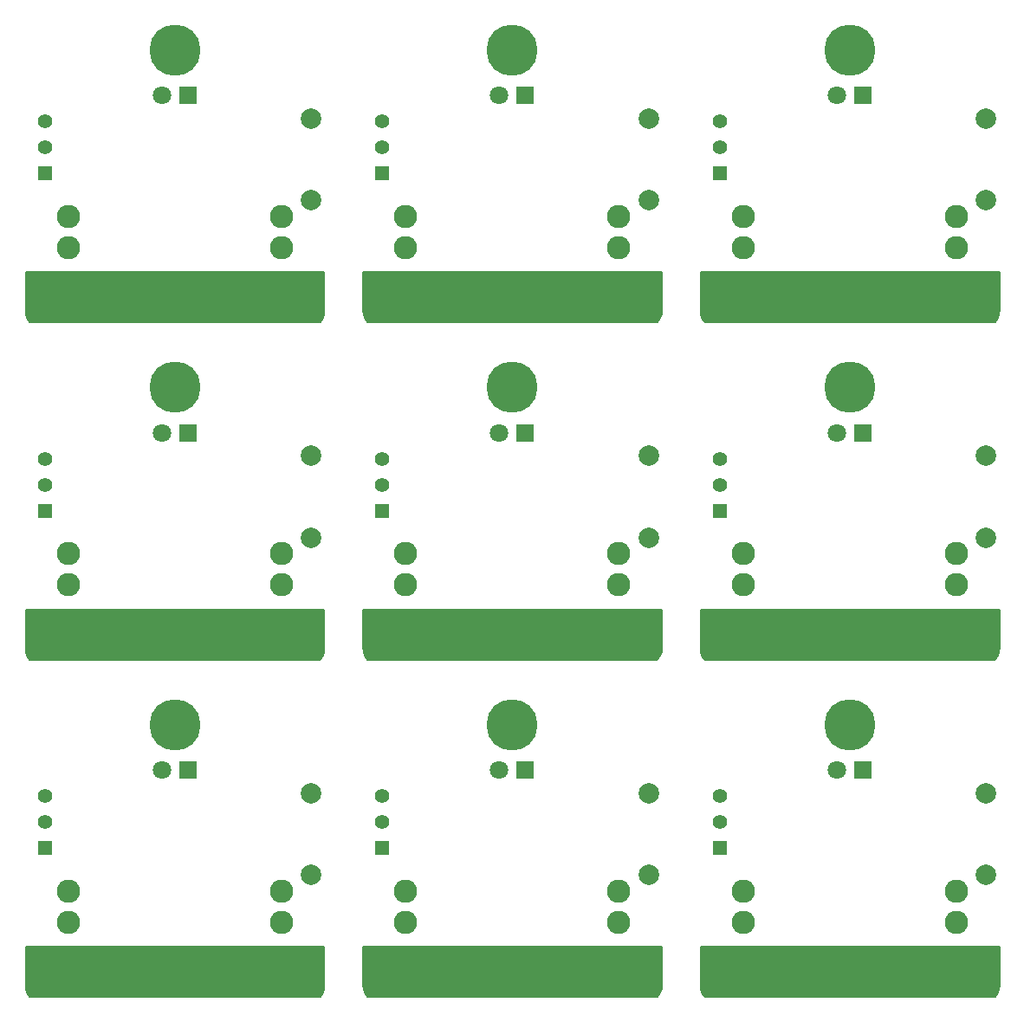
<source format=gtl>
%MOIN*%
%OFA0B0*%
%FSLAX46Y46*%
%IPPOS*%
%LPD*%
%ADD10C,0.070866141732283464*%
%ADD11R,0.070866141732283464X0.070866141732283464*%
%ADD12C,0.0787*%
%ADD13C,0.19685039370078741*%
%ADD14C,0.090000000000000011*%
%ADD15R,0.055000000000000007X0.055000000000000007*%
%ADD16C,0.055000000000000007*%
%ADD17C,0.01*%
%ADD18C,0.0039370078740157488*%
%ADD29C,0.070866141732283464*%
%ADD30R,0.070866141732283464X0.070866141732283464*%
%ADD31C,0.0787*%
%ADD32C,0.19685039370078741*%
%ADD33C,0.090000000000000011*%
%ADD34R,0.055000000000000007X0.055000000000000007*%
%ADD35C,0.055000000000000007*%
%ADD36C,0.01*%
%ADD37C,0.0039370078740157488*%
%ADD38C,0.070866141732283464*%
%ADD39R,0.070866141732283464X0.070866141732283464*%
%ADD40C,0.0787*%
%ADD41C,0.19685039370078741*%
%ADD42C,0.090000000000000011*%
%ADD43R,0.055000000000000007X0.055000000000000007*%
%ADD44C,0.055000000000000007*%
%ADD45C,0.01*%
%ADD46C,0.0039370078740157488*%
%ADD47C,0.070866141732283464*%
%ADD48R,0.070866141732283464X0.070866141732283464*%
%ADD49C,0.0787*%
%ADD50C,0.19685039370078741*%
%ADD51C,0.090000000000000011*%
%ADD52R,0.055000000000000007X0.055000000000000007*%
%ADD53C,0.055000000000000007*%
%ADD54C,0.01*%
%ADD55C,0.0039370078740157488*%
%ADD56C,0.070866141732283464*%
%ADD57R,0.070866141732283464X0.070866141732283464*%
%ADD58C,0.0787*%
%ADD59C,0.19685039370078741*%
%ADD60C,0.090000000000000011*%
%ADD61R,0.055000000000000007X0.055000000000000007*%
%ADD62C,0.055000000000000007*%
%ADD63C,0.01*%
%ADD64C,0.0039370078740157488*%
%ADD65C,0.070866141732283464*%
%ADD66R,0.070866141732283464X0.070866141732283464*%
%ADD67C,0.0787*%
%ADD68C,0.19685039370078741*%
%ADD69C,0.090000000000000011*%
%ADD70R,0.055000000000000007X0.055000000000000007*%
%ADD71C,0.055000000000000007*%
%ADD72C,0.01*%
%ADD73C,0.0039370078740157488*%
%ADD74C,0.070866141732283464*%
%ADD75R,0.070866141732283464X0.070866141732283464*%
%ADD76C,0.0787*%
%ADD77C,0.19685039370078741*%
%ADD78C,0.090000000000000011*%
%ADD79R,0.055000000000000007X0.055000000000000007*%
%ADD80C,0.055000000000000007*%
%ADD81C,0.01*%
%ADD82C,0.0039370078740157488*%
%ADD83C,0.070866141732283464*%
%ADD84R,0.070866141732283464X0.070866141732283464*%
%ADD85C,0.0787*%
%ADD86C,0.19685039370078741*%
%ADD87C,0.090000000000000011*%
%ADD88R,0.055000000000000007X0.055000000000000007*%
%ADD89C,0.055000000000000007*%
%ADD90C,0.01*%
%ADD91C,0.0039370078740157488*%
%ADD92C,0.070866141732283464*%
%ADD93R,0.070866141732283464X0.070866141732283464*%
%ADD94C,0.0787*%
%ADD95C,0.19685039370078741*%
%ADD96C,0.090000000000000011*%
%ADD97R,0.055000000000000007X0.055000000000000007*%
%ADD98C,0.055000000000000007*%
%ADD99C,0.01*%
%ADD100C,0.0039370078740157488*%
G01*
D10*
X-0006300000Y0004050000D02*
X0000549999Y0000925000D03*
D11*
X0000649999Y0000925000D03*
D12*
X0001124999Y0000837480D03*
X0001124999Y0000522519D03*
D13*
X0000599999Y0001099999D03*
D14*
X0001009999Y0000339999D03*
X0000189999Y0000339999D03*
X0001009999Y0000459999D03*
X0000189999Y0000459999D03*
D15*
X0000099999Y0000625000D03*
D16*
X0000099999Y0000725000D03*
X0000099999Y0000825000D03*
D17*
X0001173031Y0000101319D02*
X0001171513Y0000085839D01*
X0001167401Y0000072219D01*
X0001160721Y0000059656D01*
X0001156923Y0000055000D01*
X0000043063Y0000055000D01*
X0000039561Y0000059233D01*
X0000032794Y0000071749D01*
X0000028586Y0000085340D01*
X0000026968Y0000100738D01*
X0000026968Y0000244999D01*
X0001173031Y0000244999D01*
X0001173031Y0000101319D01*
D18*
G36*
X0001173031Y0000101319D02*
G01*
X0001171513Y0000085839D01*
X0001167401Y0000072219D01*
X0001160721Y0000059656D01*
X0001156923Y0000055000D01*
X0000043063Y0000055000D01*
X0000039561Y0000059233D01*
X0000032794Y0000071749D01*
X0000028586Y0000085340D01*
X0000026968Y0000100738D01*
X0000026968Y0000244999D01*
X0001173031Y0000244999D01*
X0001173031Y0000101319D01*
G37*
G04 next file*
G04 Gerber Fmt 4.6, Leading zero omitted, Abs format (unit mm)*
G04 Created by KiCad (PCBNEW (5.1.10)-1) date 2022-03-19 19:01:51*
G01*
G04 APERTURE LIST*
G04 APERTURE END LIST*
D29*
X-0006300000Y0005348425D02*
X0000549999Y0002223425D03*
D30*
X0000649999Y0002223425D03*
D31*
X0001124999Y0002135905D03*
X0001124999Y0001820944D03*
D32*
X0000599999Y0002398425D03*
D33*
X0001009999Y0001638425D03*
X0000189999Y0001638425D03*
X0001009999Y0001758425D03*
X0000189999Y0001758425D03*
D34*
X0000099999Y0001923425D03*
D35*
X0000099999Y0002023425D03*
X0000099999Y0002123425D03*
D36*
X0001173031Y0001399744D02*
X0001171513Y0001384265D01*
X0001167401Y0001370644D01*
X0001160721Y0001358081D01*
X0001156923Y0001353425D01*
X0000043063Y0001353425D01*
X0000039561Y0001357658D01*
X0000032794Y0001370174D01*
X0000028586Y0001383766D01*
X0000026968Y0001399163D01*
X0000026968Y0001543425D01*
X0001173031Y0001543425D01*
X0001173031Y0001399744D01*
D37*
G36*
X0001173031Y0001399744D02*
G01*
X0001171513Y0001384265D01*
X0001167401Y0001370644D01*
X0001160721Y0001358081D01*
X0001156923Y0001353425D01*
X0000043063Y0001353425D01*
X0000039561Y0001357658D01*
X0000032794Y0001370174D01*
X0000028586Y0001383766D01*
X0000026968Y0001399163D01*
X0000026968Y0001543425D01*
X0001173031Y0001543425D01*
X0001173031Y0001399744D01*
G37*
G04 next file*
G04 Gerber Fmt 4.6, Leading zero omitted, Abs format (unit mm)*
G04 Created by KiCad (PCBNEW (5.1.10)-1) date 2022-03-19 19:01:51*
G01*
G04 APERTURE LIST*
G04 APERTURE END LIST*
D38*
X-0006300000Y0006646850D02*
X0000549999Y0003521850D03*
D39*
X0000649999Y0003521850D03*
D40*
X0001124999Y0003434330D03*
X0001124999Y0003119370D03*
D41*
X0000599999Y0003696850D03*
D42*
X0001009999Y0002936850D03*
X0000189999Y0002936850D03*
X0001009999Y0003056850D03*
X0000189999Y0003056850D03*
D43*
X0000099999Y0003221850D03*
D44*
X0000099999Y0003321850D03*
X0000099999Y0003421850D03*
D45*
X0001173031Y0002698169D02*
X0001171513Y0002682690D01*
X0001167401Y0002669069D01*
X0001160721Y0002656506D01*
X0001156923Y0002651850D01*
X0000043063Y0002651850D01*
X0000039561Y0002656084D01*
X0000032794Y0002668599D01*
X0000028586Y0002682191D01*
X0000026968Y0002697589D01*
X0000026968Y0002841850D01*
X0001173031Y0002841850D01*
X0001173031Y0002698169D01*
D46*
G36*
X0001173031Y0002698169D02*
G01*
X0001171513Y0002682690D01*
X0001167401Y0002669069D01*
X0001160721Y0002656506D01*
X0001156923Y0002651850D01*
X0000043063Y0002651850D01*
X0000039561Y0002656084D01*
X0000032794Y0002668599D01*
X0000028586Y0002682191D01*
X0000026968Y0002697589D01*
X0000026968Y0002841850D01*
X0001173031Y0002841850D01*
X0001173031Y0002698169D01*
G37*
G04 next file*
G04 Gerber Fmt 4.6, Leading zero omitted, Abs format (unit mm)*
G04 Created by KiCad (PCBNEW (5.1.10)-1) date 2022-03-19 19:01:51*
G01*
G04 APERTURE LIST*
G04 APERTURE END LIST*
D47*
X-0005001574Y0004050000D02*
X0001848425Y0000925000D03*
D48*
X0001948425Y0000925000D03*
D49*
X0002423425Y0000837480D03*
X0002423425Y0000522519D03*
D50*
X0001898425Y0001099999D03*
D51*
X0002308425Y0000339999D03*
X0001488425Y0000339999D03*
X0002308425Y0000459999D03*
X0001488425Y0000459999D03*
D52*
X0001398425Y0000625000D03*
D53*
X0001398425Y0000725000D03*
X0001398425Y0000825000D03*
D54*
X0002471456Y0000101319D02*
X0002469938Y0000085839D01*
X0002465826Y0000072219D01*
X0002459146Y0000059656D01*
X0002455349Y0000055000D01*
X0001341488Y0000055000D01*
X0001337986Y0000059233D01*
X0001331219Y0000071749D01*
X0001327012Y0000085340D01*
X0001325393Y0000100738D01*
X0001325393Y0000244999D01*
X0002471456Y0000244999D01*
X0002471456Y0000101319D01*
D55*
G36*
X0002471456Y0000101319D02*
G01*
X0002469938Y0000085839D01*
X0002465826Y0000072219D01*
X0002459146Y0000059656D01*
X0002455349Y0000055000D01*
X0001341488Y0000055000D01*
X0001337986Y0000059233D01*
X0001331219Y0000071749D01*
X0001327012Y0000085340D01*
X0001325393Y0000100738D01*
X0001325393Y0000244999D01*
X0002471456Y0000244999D01*
X0002471456Y0000101319D01*
G37*
G04 next file*
G04 Gerber Fmt 4.6, Leading zero omitted, Abs format (unit mm)*
G04 Created by KiCad (PCBNEW (5.1.10)-1) date 2022-03-19 19:01:51*
G01*
G04 APERTURE LIST*
G04 APERTURE END LIST*
D56*
X-0003703149Y0004050000D02*
X0003146850Y0000925000D03*
D57*
X0003246850Y0000925000D03*
D58*
X0003721850Y0000837480D03*
X0003721850Y0000522519D03*
D59*
X0003196850Y0001099999D03*
D60*
X0003606850Y0000339999D03*
X0002786850Y0000339999D03*
X0003606850Y0000459999D03*
X0002786850Y0000459999D03*
D61*
X0002696850Y0000625000D03*
D62*
X0002696850Y0000725000D03*
X0002696850Y0000825000D03*
D63*
X0003769881Y0000101319D02*
X0003768364Y0000085839D01*
X0003764251Y0000072219D01*
X0003757572Y0000059656D01*
X0003753774Y0000055000D01*
X0002639914Y0000055000D01*
X0002636411Y0000059233D01*
X0002629644Y0000071749D01*
X0002625437Y0000085340D01*
X0002623818Y0000100738D01*
X0002623818Y0000244999D01*
X0003769881Y0000244999D01*
X0003769881Y0000101319D01*
D64*
G36*
X0003769881Y0000101319D02*
G01*
X0003768364Y0000085839D01*
X0003764251Y0000072219D01*
X0003757572Y0000059656D01*
X0003753774Y0000055000D01*
X0002639914Y0000055000D01*
X0002636411Y0000059233D01*
X0002629644Y0000071749D01*
X0002625437Y0000085340D01*
X0002623818Y0000100738D01*
X0002623818Y0000244999D01*
X0003769881Y0000244999D01*
X0003769881Y0000101319D01*
G37*
G04 next file*
G04 Gerber Fmt 4.6, Leading zero omitted, Abs format (unit mm)*
G04 Created by KiCad (PCBNEW (5.1.10)-1) date 2022-03-19 19:01:51*
G01*
G04 APERTURE LIST*
G04 APERTURE END LIST*
D65*
X-0005001574Y0005348425D02*
X0001848425Y0002223425D03*
D66*
X0001948425Y0002223425D03*
D67*
X0002423425Y0002135905D03*
X0002423425Y0001820944D03*
D68*
X0001898425Y0002398425D03*
D69*
X0002308425Y0001638425D03*
X0001488425Y0001638425D03*
X0002308425Y0001758425D03*
X0001488425Y0001758425D03*
D70*
X0001398425Y0001923425D03*
D71*
X0001398425Y0002023425D03*
X0001398425Y0002123425D03*
D72*
X0002471456Y0001399744D02*
X0002469938Y0001384265D01*
X0002465826Y0001370644D01*
X0002459146Y0001358081D01*
X0002455349Y0001353425D01*
X0001341488Y0001353425D01*
X0001337986Y0001357658D01*
X0001331219Y0001370174D01*
X0001327012Y0001383766D01*
X0001325393Y0001399163D01*
X0001325393Y0001543425D01*
X0002471456Y0001543425D01*
X0002471456Y0001399744D01*
D73*
G36*
X0002471456Y0001399744D02*
G01*
X0002469938Y0001384265D01*
X0002465826Y0001370644D01*
X0002459146Y0001358081D01*
X0002455349Y0001353425D01*
X0001341488Y0001353425D01*
X0001337986Y0001357658D01*
X0001331219Y0001370174D01*
X0001327012Y0001383766D01*
X0001325393Y0001399163D01*
X0001325393Y0001543425D01*
X0002471456Y0001543425D01*
X0002471456Y0001399744D01*
G37*
G04 next file*
G04 Gerber Fmt 4.6, Leading zero omitted, Abs format (unit mm)*
G04 Created by KiCad (PCBNEW (5.1.10)-1) date 2022-03-19 19:01:51*
G01*
G04 APERTURE LIST*
G04 APERTURE END LIST*
D74*
X-0005001574Y0006646850D02*
X0001848425Y0003521850D03*
D75*
X0001948425Y0003521850D03*
D76*
X0002423425Y0003434330D03*
X0002423425Y0003119370D03*
D77*
X0001898425Y0003696850D03*
D78*
X0002308425Y0002936850D03*
X0001488425Y0002936850D03*
X0002308425Y0003056850D03*
X0001488425Y0003056850D03*
D79*
X0001398425Y0003221850D03*
D80*
X0001398425Y0003321850D03*
X0001398425Y0003421850D03*
D81*
X0002471456Y0002698169D02*
X0002469938Y0002682690D01*
X0002465826Y0002669069D01*
X0002459146Y0002656506D01*
X0002455349Y0002651850D01*
X0001341488Y0002651850D01*
X0001337986Y0002656084D01*
X0001331219Y0002668599D01*
X0001327012Y0002682191D01*
X0001325393Y0002697589D01*
X0001325393Y0002841850D01*
X0002471456Y0002841850D01*
X0002471456Y0002698169D01*
D82*
G36*
X0002471456Y0002698169D02*
G01*
X0002469938Y0002682690D01*
X0002465826Y0002669069D01*
X0002459146Y0002656506D01*
X0002455349Y0002651850D01*
X0001341488Y0002651850D01*
X0001337986Y0002656084D01*
X0001331219Y0002668599D01*
X0001327012Y0002682191D01*
X0001325393Y0002697589D01*
X0001325393Y0002841850D01*
X0002471456Y0002841850D01*
X0002471456Y0002698169D01*
G37*
G04 next file*
G04 Gerber Fmt 4.6, Leading zero omitted, Abs format (unit mm)*
G04 Created by KiCad (PCBNEW (5.1.10)-1) date 2022-03-19 19:01:51*
G01*
G04 APERTURE LIST*
G04 APERTURE END LIST*
D83*
X-0003703149Y0005348425D02*
X0003146850Y0002223425D03*
D84*
X0003246850Y0002223425D03*
D85*
X0003721850Y0002135905D03*
X0003721850Y0001820944D03*
D86*
X0003196850Y0002398425D03*
D87*
X0003606850Y0001638425D03*
X0002786850Y0001638425D03*
X0003606850Y0001758425D03*
X0002786850Y0001758425D03*
D88*
X0002696850Y0001923425D03*
D89*
X0002696850Y0002023425D03*
X0002696850Y0002123425D03*
D90*
X0003769881Y0001399744D02*
X0003768364Y0001384265D01*
X0003764251Y0001370644D01*
X0003757572Y0001358081D01*
X0003753774Y0001353425D01*
X0002639914Y0001353425D01*
X0002636411Y0001357658D01*
X0002629644Y0001370174D01*
X0002625437Y0001383766D01*
X0002623818Y0001399163D01*
X0002623818Y0001543425D01*
X0003769881Y0001543425D01*
X0003769881Y0001399744D01*
D91*
G36*
X0003769881Y0001399744D02*
G01*
X0003768364Y0001384265D01*
X0003764251Y0001370644D01*
X0003757572Y0001358081D01*
X0003753774Y0001353425D01*
X0002639914Y0001353425D01*
X0002636411Y0001357658D01*
X0002629644Y0001370174D01*
X0002625437Y0001383766D01*
X0002623818Y0001399163D01*
X0002623818Y0001543425D01*
X0003769881Y0001543425D01*
X0003769881Y0001399744D01*
G37*
G04 next file*
G04 Gerber Fmt 4.6, Leading zero omitted, Abs format (unit mm)*
G04 Created by KiCad (PCBNEW (5.1.10)-1) date 2022-03-19 19:01:51*
G01*
G04 APERTURE LIST*
G04 APERTURE END LIST*
D92*
X-0003703149Y0006646850D02*
X0003146850Y0003521850D03*
D93*
X0003246850Y0003521850D03*
D94*
X0003721850Y0003434330D03*
X0003721850Y0003119370D03*
D95*
X0003196850Y0003696850D03*
D96*
X0003606850Y0002936850D03*
X0002786850Y0002936850D03*
X0003606850Y0003056850D03*
X0002786850Y0003056850D03*
D97*
X0002696850Y0003221850D03*
D98*
X0002696850Y0003321850D03*
X0002696850Y0003421850D03*
D99*
X0003769881Y0002698169D02*
X0003768364Y0002682690D01*
X0003764251Y0002669069D01*
X0003757572Y0002656506D01*
X0003753774Y0002651850D01*
X0002639914Y0002651850D01*
X0002636411Y0002656084D01*
X0002629644Y0002668599D01*
X0002625437Y0002682191D01*
X0002623818Y0002697589D01*
X0002623818Y0002841850D01*
X0003769881Y0002841850D01*
X0003769881Y0002698169D01*
D100*
G36*
X0003769881Y0002698169D02*
G01*
X0003768364Y0002682690D01*
X0003764251Y0002669069D01*
X0003757572Y0002656506D01*
X0003753774Y0002651850D01*
X0002639914Y0002651850D01*
X0002636411Y0002656084D01*
X0002629644Y0002668599D01*
X0002625437Y0002682191D01*
X0002623818Y0002697589D01*
X0002623818Y0002841850D01*
X0003769881Y0002841850D01*
X0003769881Y0002698169D01*
G37*
M02*
</source>
